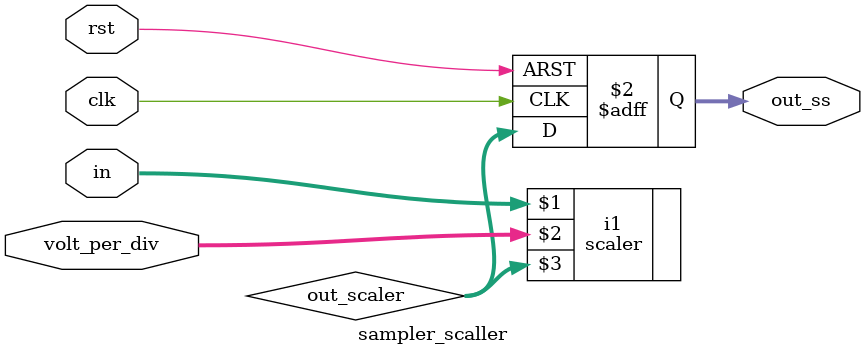
<source format=v>
module sampler_scaller(clk, rst, volt_per_div, in, out_ss);
input clk, rst;
input [1:0] volt_per_div;
input[7:0] in;
output reg[7:0] out_ss;
wire [7:0] out_scaler;
scaler i1(in, volt_per_div, out_scaler);
always @(posedge clk, posedge rst)
if (rst)
out_ss=0;
else
out_ss=out_scaler;

//time_division i2(clk_in, rst, time_per_div, clk_out);


endmodule
</source>
